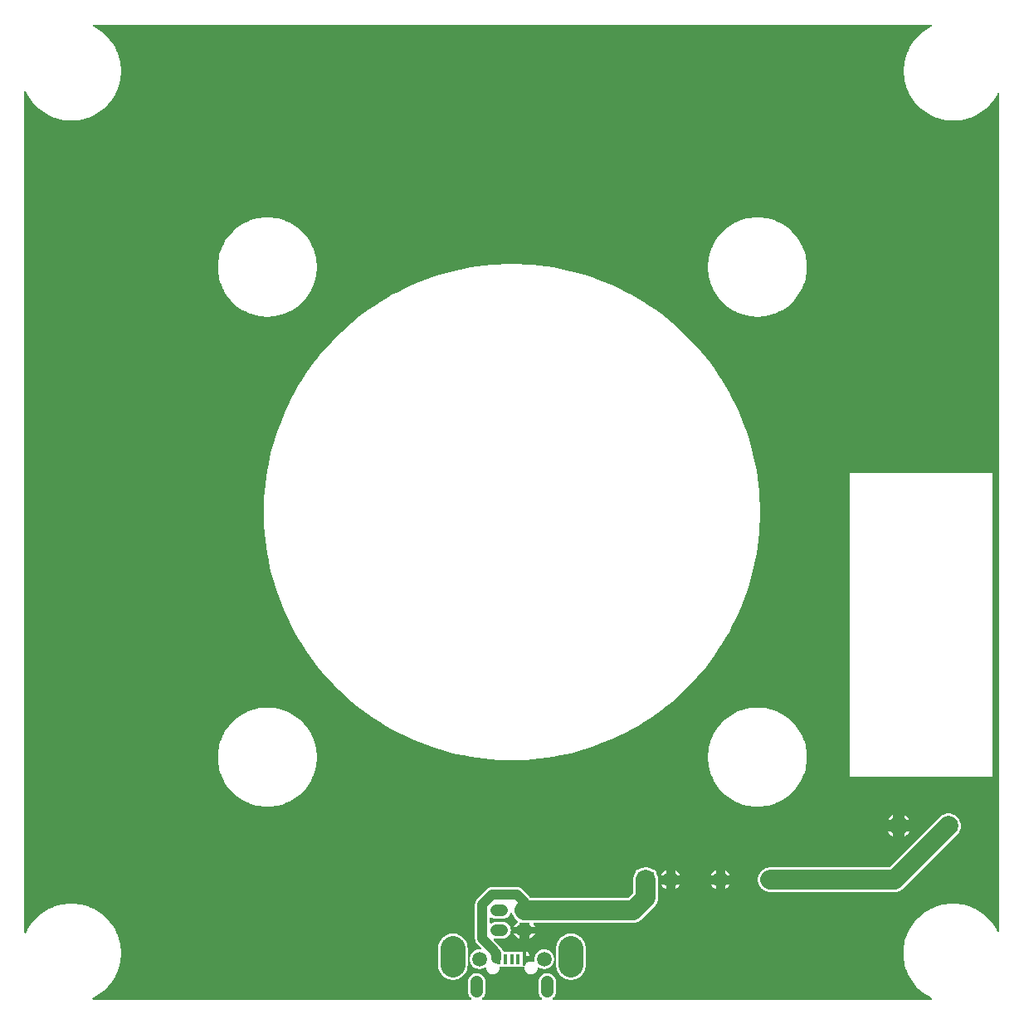
<source format=gtl>
G04 Layer: TopLayer*
G04 EasyEDA v6.5.1, 2022-08-30 01:02:35*
G04 a67cddfb3fce44daa9051d46cbbcc19f,10*
G04 Gerber Generator version 0.2*
G04 Scale: 100 percent, Rotated: No, Reflected: No *
G04 Dimensions in millimeters *
G04 leading zeros omitted , absolute positions ,4 integer and 5 decimal *
%FSLAX45Y45*%
%MOMM*%

%ADD11C,1.0000*%
%ADD12C,2.0000*%
%ADD13C,0.6096*%
%ADD14C,0.6100*%
%ADD15R,0.4000X1.0000*%
%ADD17C,1.6000*%
%ADD18C,1.5000*%
%ADD19C,1.1999*%
%ADD20C,2.5001*%
%ADD21C,1.3000*%

%LPD*%
G36*
X731012Y25908D02*
G01*
X727202Y26670D01*
X723950Y28803D01*
X721715Y32004D01*
X720852Y35864D01*
X721563Y39674D01*
X723595Y43027D01*
X726795Y45313D01*
X730402Y46939D01*
X757834Y61722D01*
X784301Y78130D01*
X809701Y96164D01*
X833932Y115722D01*
X856945Y136702D01*
X878586Y159105D01*
X898855Y182778D01*
X917549Y207670D01*
X934719Y233629D01*
X950264Y260654D01*
X964133Y288544D01*
X976223Y317246D01*
X986485Y346659D01*
X994968Y376631D01*
X1001572Y407060D01*
X1006297Y437845D01*
X1009091Y468884D01*
X1010005Y499973D01*
X1009091Y531114D01*
X1006297Y562152D01*
X1001572Y592937D01*
X994968Y623366D01*
X986485Y653338D01*
X976223Y682752D01*
X964133Y711454D01*
X950264Y739343D01*
X934719Y766368D01*
X917549Y792327D01*
X898855Y817219D01*
X878586Y840892D01*
X856945Y863295D01*
X833932Y884275D01*
X809701Y903833D01*
X784301Y921867D01*
X757834Y938276D01*
X730402Y953058D01*
X702106Y966063D01*
X673049Y977341D01*
X643382Y986790D01*
X613206Y994410D01*
X582574Y1000150D01*
X551637Y1003960D01*
X520547Y1005890D01*
X489407Y1005890D01*
X458317Y1003960D01*
X427431Y1000150D01*
X396798Y994410D01*
X366623Y986790D01*
X336956Y977341D01*
X307898Y966063D01*
X279603Y953058D01*
X252171Y938276D01*
X225704Y921867D01*
X200304Y903833D01*
X176072Y884275D01*
X153060Y863295D01*
X131419Y840892D01*
X111150Y817219D01*
X92405Y792327D01*
X75234Y766368D01*
X59740Y739343D01*
X45872Y711454D01*
X43230Y707085D01*
X39928Y704900D01*
X36017Y704138D01*
X32156Y704951D01*
X28854Y707136D01*
X26670Y710438D01*
X25908Y714298D01*
X25908Y9285681D01*
X26670Y9289542D01*
X28854Y9292844D01*
X32156Y9295079D01*
X36017Y9295841D01*
X39928Y9295079D01*
X43230Y9292894D01*
X45872Y9288526D01*
X59740Y9260636D01*
X75234Y9233662D01*
X92405Y9207652D01*
X111150Y9182760D01*
X131419Y9159087D01*
X153060Y9136735D01*
X176072Y9115704D01*
X200304Y9096146D01*
X225704Y9078112D01*
X252171Y9061704D01*
X279603Y9046972D01*
X307898Y9033916D01*
X336956Y9022638D01*
X366623Y9013190D01*
X396798Y9005620D01*
X427431Y8999880D01*
X458317Y8996019D01*
X489407Y8994089D01*
X520547Y8994089D01*
X551637Y8996019D01*
X582574Y8999880D01*
X613206Y9005620D01*
X643382Y9013190D01*
X673049Y9022638D01*
X702106Y9033916D01*
X730402Y9046972D01*
X757834Y9061704D01*
X784301Y9078112D01*
X809701Y9096146D01*
X833932Y9115704D01*
X856945Y9136735D01*
X878586Y9159087D01*
X898855Y9182760D01*
X917549Y9207652D01*
X934719Y9233662D01*
X950264Y9260636D01*
X964133Y9288526D01*
X976223Y9317228D01*
X986485Y9346641D01*
X994968Y9376613D01*
X1001572Y9407042D01*
X1006297Y9437827D01*
X1009091Y9468866D01*
X1010005Y9499955D01*
X1009091Y9531146D01*
X1006297Y9562134D01*
X1001572Y9592919D01*
X994968Y9623399D01*
X986485Y9653371D01*
X976223Y9682734D01*
X964133Y9711436D01*
X950264Y9739376D01*
X934719Y9766350D01*
X917549Y9792360D01*
X898855Y9817201D01*
X878586Y9840925D01*
X856945Y9863277D01*
X833932Y9884308D01*
X809701Y9903866D01*
X784301Y9921849D01*
X757834Y9938258D01*
X730402Y9953040D01*
X726795Y9954717D01*
X723595Y9957003D01*
X721512Y9960305D01*
X720852Y9964166D01*
X721715Y9967976D01*
X723900Y9971176D01*
X727202Y9973360D01*
X731012Y9974072D01*
X9278975Y9974072D01*
X9282785Y9973360D01*
X9286087Y9971176D01*
X9288272Y9967976D01*
X9289135Y9964166D01*
X9288475Y9960305D01*
X9286392Y9957003D01*
X9283242Y9954717D01*
X9279585Y9953040D01*
X9252153Y9938308D01*
X9225686Y9921849D01*
X9200286Y9903866D01*
X9176054Y9884308D01*
X9153042Y9863277D01*
X9131401Y9840925D01*
X9111183Y9817201D01*
X9092438Y9792360D01*
X9075267Y9766350D01*
X9059722Y9739376D01*
X9045905Y9711436D01*
X9033814Y9682734D01*
X9023502Y9653371D01*
X9015018Y9623399D01*
X9008414Y9592919D01*
X9003690Y9562134D01*
X9000896Y9531146D01*
X8999982Y9500006D01*
X9000896Y9468866D01*
X9003690Y9437827D01*
X9008414Y9407042D01*
X9015018Y9376613D01*
X9023502Y9346641D01*
X9033814Y9317228D01*
X9045905Y9288526D01*
X9059722Y9260636D01*
X9075267Y9233662D01*
X9092438Y9207652D01*
X9111183Y9182760D01*
X9131401Y9159087D01*
X9153042Y9136735D01*
X9176054Y9115704D01*
X9200286Y9096146D01*
X9225686Y9078112D01*
X9252153Y9061704D01*
X9279585Y9046972D01*
X9307880Y9033916D01*
X9336938Y9022638D01*
X9366605Y9013190D01*
X9396831Y9005620D01*
X9427413Y8999880D01*
X9458350Y8996019D01*
X9489440Y8994089D01*
X9520580Y8994089D01*
X9551670Y8996019D01*
X9582556Y8999880D01*
X9613188Y9005620D01*
X9643414Y9013190D01*
X9673082Y9022638D01*
X9702088Y9033916D01*
X9730384Y9046972D01*
X9757816Y9061704D01*
X9784283Y9078112D01*
X9809683Y9096146D01*
X9833965Y9115704D01*
X9856927Y9136735D01*
X9878618Y9159087D01*
X9898837Y9182760D01*
X9917582Y9207652D01*
X9934752Y9233662D01*
X9950297Y9260636D01*
X9954818Y9269831D01*
X9957663Y9273336D01*
X9961727Y9275216D01*
X9966248Y9275216D01*
X9970312Y9273235D01*
X9973106Y9269730D01*
X9974072Y9265310D01*
X9974072Y724611D01*
X9973106Y720242D01*
X9970312Y716686D01*
X9966248Y714705D01*
X9961727Y714705D01*
X9957663Y716584D01*
X9954818Y720090D01*
X9945268Y739343D01*
X9929723Y766368D01*
X9912553Y792327D01*
X9893858Y817219D01*
X9873589Y840892D01*
X9851948Y863295D01*
X9828936Y884275D01*
X9804704Y903833D01*
X9779304Y921867D01*
X9752838Y938276D01*
X9725406Y953058D01*
X9697110Y966063D01*
X9668052Y977341D01*
X9638385Y986790D01*
X9608210Y994410D01*
X9577578Y1000150D01*
X9546640Y1003960D01*
X9515551Y1005890D01*
X9484410Y1005890D01*
X9453321Y1003960D01*
X9422434Y1000150D01*
X9391802Y994410D01*
X9361627Y986790D01*
X9331960Y977341D01*
X9302902Y966063D01*
X9274606Y953058D01*
X9247174Y938276D01*
X9220708Y921867D01*
X9195308Y903833D01*
X9171076Y884275D01*
X9148064Y863295D01*
X9126423Y840892D01*
X9106154Y817219D01*
X9087408Y792327D01*
X9070238Y766368D01*
X9054744Y739343D01*
X9040876Y711454D01*
X9028785Y682752D01*
X9018473Y653338D01*
X9010040Y623366D01*
X9003436Y592937D01*
X8998712Y562152D01*
X8995918Y531114D01*
X8995003Y500024D01*
X8995918Y468884D01*
X8998712Y437845D01*
X9003436Y407060D01*
X9010040Y376631D01*
X9018473Y346659D01*
X9028785Y317246D01*
X9040876Y288544D01*
X9054744Y260654D01*
X9070238Y233629D01*
X9087408Y207670D01*
X9106154Y182778D01*
X9126423Y159105D01*
X9148064Y136702D01*
X9171076Y115722D01*
X9195308Y96164D01*
X9220708Y78130D01*
X9247174Y61722D01*
X9274606Y46939D01*
X9278213Y45313D01*
X9281414Y43027D01*
X9283446Y39674D01*
X9284106Y35864D01*
X9283293Y32004D01*
X9281058Y28803D01*
X9277807Y26670D01*
X9273997Y25908D01*
X5422747Y25908D01*
X5418734Y26771D01*
X5415330Y29108D01*
X5413197Y32664D01*
X5412638Y36779D01*
X5413756Y40741D01*
X5416346Y43942D01*
X5422036Y48564D01*
X5430520Y57607D01*
X5437632Y67767D01*
X5443372Y78790D01*
X5447538Y90474D01*
X5450027Y102616D01*
X5450890Y115316D01*
X5450890Y204622D01*
X5450027Y217373D01*
X5447538Y229514D01*
X5443372Y241198D01*
X5437632Y252221D01*
X5430520Y262331D01*
X5422036Y271424D01*
X5412435Y279247D01*
X5401818Y285699D01*
X5390438Y290626D01*
X5378500Y293979D01*
X5366207Y295656D01*
X5353812Y295656D01*
X5341518Y293979D01*
X5329580Y290626D01*
X5318201Y285699D01*
X5307584Y279247D01*
X5297982Y271424D01*
X5289499Y262331D01*
X5282336Y252221D01*
X5276646Y241198D01*
X5272481Y229514D01*
X5269941Y217373D01*
X5269077Y204622D01*
X5269077Y115316D01*
X5269941Y102616D01*
X5272481Y90474D01*
X5276646Y78790D01*
X5282336Y67767D01*
X5289499Y57607D01*
X5297982Y48564D01*
X5303621Y43942D01*
X5306263Y40741D01*
X5307380Y36779D01*
X5306822Y32664D01*
X5304637Y29108D01*
X5301284Y26771D01*
X5297220Y25908D01*
X4702759Y25908D01*
X4698746Y26771D01*
X4695342Y29108D01*
X4693208Y32664D01*
X4692650Y36779D01*
X4693767Y40741D01*
X4696358Y43942D01*
X4702048Y48564D01*
X4710480Y57607D01*
X4717643Y67767D01*
X4723384Y78790D01*
X4727498Y90474D01*
X4730038Y102616D01*
X4730902Y115316D01*
X4730902Y204622D01*
X4730038Y217373D01*
X4727498Y229514D01*
X4723384Y241198D01*
X4717643Y252221D01*
X4710480Y262331D01*
X4702048Y271424D01*
X4692396Y279247D01*
X4681829Y285699D01*
X4670450Y290626D01*
X4658512Y293979D01*
X4646218Y295656D01*
X4633823Y295656D01*
X4621530Y293979D01*
X4609541Y290626D01*
X4598212Y285699D01*
X4587595Y279247D01*
X4577943Y271424D01*
X4569510Y262331D01*
X4562348Y252221D01*
X4556658Y241198D01*
X4552492Y229514D01*
X4549952Y217373D01*
X4549089Y204622D01*
X4549089Y115316D01*
X4549952Y102616D01*
X4552492Y90474D01*
X4556658Y78790D01*
X4562348Y67767D01*
X4569510Y57607D01*
X4577943Y48564D01*
X4583633Y43942D01*
X4586274Y40741D01*
X4587341Y36779D01*
X4586782Y32664D01*
X4584649Y29108D01*
X4581296Y26771D01*
X4577232Y25908D01*
G37*

%LPC*%
G36*
X2489403Y6994093D02*
G01*
X2520594Y6994093D01*
X2551684Y6996023D01*
X2582570Y6999884D01*
X2613202Y7005574D01*
X2643378Y7013194D01*
X2673045Y7022642D01*
X2702102Y7033920D01*
X2730398Y7046975D01*
X2757830Y7061708D01*
X2784297Y7078116D01*
X2809697Y7096150D01*
X2833928Y7115708D01*
X2856941Y7136688D01*
X2878582Y7159091D01*
X2898851Y7182764D01*
X2917596Y7207656D01*
X2934716Y7233666D01*
X2950260Y7260640D01*
X2964129Y7288530D01*
X2976219Y7317231D01*
X2986481Y7346645D01*
X2994964Y7376617D01*
X3001568Y7407046D01*
X3006293Y7437831D01*
X3009087Y7468870D01*
X3010001Y7499959D01*
X3009087Y7531150D01*
X3006293Y7562138D01*
X3001568Y7592923D01*
X2994964Y7623403D01*
X2986481Y7653375D01*
X2976219Y7682738D01*
X2964129Y7711440D01*
X2950260Y7739380D01*
X2934716Y7766354D01*
X2917596Y7792364D01*
X2898851Y7817205D01*
X2878582Y7840878D01*
X2856941Y7863281D01*
X2833928Y7884312D01*
X2809697Y7903870D01*
X2784297Y7921853D01*
X2757830Y7938262D01*
X2730398Y7953044D01*
X2702102Y7966049D01*
X2673045Y7977327D01*
X2643378Y7986775D01*
X2613202Y7994396D01*
X2582570Y8000136D01*
X2551684Y8003946D01*
X2520594Y8005876D01*
X2489403Y8005876D01*
X2458313Y8003946D01*
X2427427Y8000136D01*
X2396794Y7994396D01*
X2366619Y7986775D01*
X2336952Y7977327D01*
X2307894Y7966049D01*
X2279599Y7953044D01*
X2252167Y7938262D01*
X2225700Y7921853D01*
X2200300Y7903870D01*
X2176068Y7884312D01*
X2153056Y7863281D01*
X2131415Y7840878D01*
X2111146Y7817205D01*
X2092452Y7792364D01*
X2075281Y7766354D01*
X2059736Y7739380D01*
X2045868Y7711440D01*
X2033778Y7682738D01*
X2023516Y7653375D01*
X2015032Y7623403D01*
X2008428Y7592923D01*
X2003704Y7562138D01*
X2000910Y7531150D01*
X1999996Y7500010D01*
X2000910Y7468870D01*
X2003704Y7437831D01*
X2008428Y7407046D01*
X2015032Y7376617D01*
X2023516Y7346645D01*
X2033778Y7317231D01*
X2045868Y7288530D01*
X2059736Y7260640D01*
X2075281Y7233666D01*
X2092452Y7207656D01*
X2111146Y7182764D01*
X2131415Y7159091D01*
X2153056Y7136688D01*
X2176068Y7115708D01*
X2200300Y7096150D01*
X2225700Y7078116D01*
X2252167Y7061708D01*
X2279599Y7046975D01*
X2307894Y7033920D01*
X2336952Y7022642D01*
X2366619Y7013194D01*
X2396794Y7005574D01*
X2427427Y6999884D01*
X2458313Y6996023D01*
G37*
G36*
X4397502Y228600D02*
G01*
X4414418Y229565D01*
X4431080Y232410D01*
X4447336Y237083D01*
X4462983Y243535D01*
X4477766Y251764D01*
X4491583Y261518D01*
X4504182Y272796D01*
X4515459Y285445D01*
X4525264Y299212D01*
X4533442Y314045D01*
X4539945Y329692D01*
X4544618Y345948D01*
X4547463Y362610D01*
X4548428Y379780D01*
X4548428Y549198D01*
X4547463Y566369D01*
X4544618Y583082D01*
X4539945Y599338D01*
X4533442Y614984D01*
X4525264Y629767D01*
X4515459Y643585D01*
X4504182Y656183D01*
X4491583Y667461D01*
X4477766Y677265D01*
X4462983Y685444D01*
X4447336Y691946D01*
X4431080Y696620D01*
X4414418Y699465D01*
X4397502Y700379D01*
X4380585Y699465D01*
X4363923Y696620D01*
X4347667Y691946D01*
X4332020Y685444D01*
X4317238Y677265D01*
X4303420Y667461D01*
X4290822Y656183D01*
X4279544Y643585D01*
X4269740Y629767D01*
X4261561Y614984D01*
X4255058Y599338D01*
X4250385Y583082D01*
X4247540Y566369D01*
X4246575Y549198D01*
X4246575Y379780D01*
X4247540Y362610D01*
X4250385Y345948D01*
X4255058Y329692D01*
X4261561Y314045D01*
X4269740Y299212D01*
X4279544Y285445D01*
X4290822Y272796D01*
X4303420Y261518D01*
X4317238Y251764D01*
X4332020Y243535D01*
X4347667Y237083D01*
X4363923Y232410D01*
X4380585Y229565D01*
G37*
G36*
X4802276Y284226D02*
G01*
X4812842Y284632D01*
X4823256Y286766D01*
X4833162Y290525D01*
X4842357Y295808D01*
X4850536Y302514D01*
X4857597Y310438D01*
X4863236Y319430D01*
X4867402Y329184D01*
X4869942Y339445D01*
X4870805Y350012D01*
X4870602Y352348D01*
X4871110Y356463D01*
X4873244Y360070D01*
X4876647Y362458D01*
X4880711Y363321D01*
X4888382Y363321D01*
X4894732Y364032D01*
X4898085Y365201D01*
X4901438Y365810D01*
X4904841Y365201D01*
X4908194Y364032D01*
X4914544Y363321D01*
X4953406Y363321D01*
X4959705Y364032D01*
X4963109Y365201D01*
X4966462Y365810D01*
X4969814Y365201D01*
X4973218Y364032D01*
X4979517Y363321D01*
X5018379Y363321D01*
X5024729Y364032D01*
X5028082Y365201D01*
X5031435Y365810D01*
X5034838Y365201D01*
X5038191Y364032D01*
X5044541Y363321D01*
X5083403Y363321D01*
X5089702Y364032D01*
X5093106Y365201D01*
X5096459Y365810D01*
X5099812Y365201D01*
X5103215Y364032D01*
X5109514Y363321D01*
X5119217Y363321D01*
X5123129Y362559D01*
X5126431Y360324D01*
X5128615Y357073D01*
X5129377Y353161D01*
X5129377Y344728D01*
X5131104Y334264D01*
X5134457Y324205D01*
X5139385Y314807D01*
X5145735Y306374D01*
X5153406Y299008D01*
X5162143Y292963D01*
X5171694Y288442D01*
X5181904Y285496D01*
X5192420Y284226D01*
X5202986Y284632D01*
X5213400Y286766D01*
X5223306Y290525D01*
X5232501Y295808D01*
X5240680Y302514D01*
X5247741Y310438D01*
X5253380Y319430D01*
X5257546Y329184D01*
X5260086Y339445D01*
X5260695Y346862D01*
X5261813Y350774D01*
X5264302Y353872D01*
X5267858Y355803D01*
X5271871Y356158D01*
X5275681Y354990D01*
X5287518Y348488D01*
X5300116Y343662D01*
X5313222Y340512D01*
X5326634Y339191D01*
X5340096Y339648D01*
X5353405Y341884D01*
X5366258Y345846D01*
X5378500Y351536D01*
X5389829Y358800D01*
X5400141Y367487D01*
X5409184Y377494D01*
X5416804Y388569D01*
X5422900Y400608D01*
X5427319Y413359D01*
X5429961Y426567D01*
X5430875Y439978D01*
X5429961Y453440D01*
X5427319Y466648D01*
X5422900Y479399D01*
X5416804Y491439D01*
X5409184Y502513D01*
X5400141Y512521D01*
X5389829Y521208D01*
X5378500Y528472D01*
X5366258Y534162D01*
X5353405Y538124D01*
X5340096Y540359D01*
X5326634Y540816D01*
X5313222Y539496D01*
X5300116Y536346D01*
X5287518Y531520D01*
X5275732Y525018D01*
X5264861Y517042D01*
X5255158Y507695D01*
X5246827Y497078D01*
X5239969Y485495D01*
X5234686Y473100D01*
X5231130Y460095D01*
X5229352Y446735D01*
X5229352Y433273D01*
X5230774Y422757D01*
X5230469Y418592D01*
X5228488Y414934D01*
X5225237Y412343D01*
X5221173Y411276D01*
X5217058Y411937D01*
X5213400Y413308D01*
X5202986Y415442D01*
X5192420Y415848D01*
X5181904Y414578D01*
X5171694Y411632D01*
X5165852Y408838D01*
X5161483Y407873D01*
X5145328Y407873D01*
X5145328Y396494D01*
X5144770Y393293D01*
X5143246Y390398D01*
X5139385Y385267D01*
X5134457Y375869D01*
X5132425Y369722D01*
X5130393Y366166D01*
X5127142Y363728D01*
X5123180Y362762D01*
X5119166Y363423D01*
X5115712Y365607D01*
X5113426Y368960D01*
X5112613Y372922D01*
X5112613Y411073D01*
X5110581Y414324D01*
X5109870Y418033D01*
X5109870Y460400D01*
X5110581Y464159D01*
X5112613Y467359D01*
X5112613Y515112D01*
X5109514Y515112D01*
X5103215Y514400D01*
X5099812Y513232D01*
X5096459Y512673D01*
X5093106Y513232D01*
X5089702Y514400D01*
X5083403Y515112D01*
X5044541Y515112D01*
X5038191Y514400D01*
X5034838Y513232D01*
X5031435Y512673D01*
X5028082Y513232D01*
X5024729Y514400D01*
X5018379Y515112D01*
X4979517Y515112D01*
X4973218Y514400D01*
X4969814Y513232D01*
X4966462Y512673D01*
X4963109Y513232D01*
X4959705Y514400D01*
X4953406Y515112D01*
X4922266Y515112D01*
X4918303Y515924D01*
X4915001Y518210D01*
X4912817Y521614D01*
X4908346Y532942D01*
X4902708Y542747D01*
X4895240Y552094D01*
X4818583Y634187D01*
X4816398Y637844D01*
X4815890Y642112D01*
X4817160Y646176D01*
X4820005Y649325D01*
X4823917Y651103D01*
X4828184Y651052D01*
X4830775Y650494D01*
X4843373Y649579D01*
X4902657Y649579D01*
X4915255Y650494D01*
X4927193Y653084D01*
X4938674Y657402D01*
X4949444Y663244D01*
X4959248Y670610D01*
X4967935Y679246D01*
X4975250Y689051D01*
X4981143Y699820D01*
X4985410Y711301D01*
X4988001Y723290D01*
X4988864Y735482D01*
X4988001Y747725D01*
X4985410Y759714D01*
X4981143Y771194D01*
X4975250Y781913D01*
X4967935Y791718D01*
X4959248Y800404D01*
X4949444Y807770D01*
X4938674Y813612D01*
X4927193Y817880D01*
X4915255Y820521D01*
X4902657Y821385D01*
X4843373Y821385D01*
X4830775Y820521D01*
X4818786Y817880D01*
X4807305Y813612D01*
X4796586Y807770D01*
X4792167Y804468D01*
X4788103Y802640D01*
X4783632Y802741D01*
X4779670Y804722D01*
X4776927Y808228D01*
X4775911Y812596D01*
X4775911Y858418D01*
X4776927Y862787D01*
X4779670Y866292D01*
X4783632Y868273D01*
X4788103Y868375D01*
X4792167Y866546D01*
X4796586Y863244D01*
X4807305Y857402D01*
X4818786Y853084D01*
X4830775Y850493D01*
X4843373Y849579D01*
X4902657Y849579D01*
X4915255Y850493D01*
X4927193Y853084D01*
X4938674Y857402D01*
X4949444Y863244D01*
X4959248Y870610D01*
X4967935Y879246D01*
X4975250Y889050D01*
X4981143Y899820D01*
X4984800Y909624D01*
X4987137Y913282D01*
X4990846Y915619D01*
X4995214Y916178D01*
X4999380Y914857D01*
X5002580Y911910D01*
X5004308Y907897D01*
X5004765Y905357D01*
X5009286Y890828D01*
X5015534Y876960D01*
X5023408Y863955D01*
X5032756Y852017D01*
X5043525Y841248D01*
X5055463Y831900D01*
X5058968Y829767D01*
X5062067Y826871D01*
X5063693Y822960D01*
X5063642Y818743D01*
X5061813Y814882D01*
X5058613Y812139D01*
X5050586Y807770D01*
X5040731Y800404D01*
X5032095Y791718D01*
X5024729Y781913D01*
X5019243Y771855D01*
X5075631Y771855D01*
X5075631Y806043D01*
X5076342Y809752D01*
X5078374Y812952D01*
X5081422Y815238D01*
X5085080Y816203D01*
X5088839Y815746D01*
X5096865Y813257D01*
X5111800Y810514D01*
X5127294Y809548D01*
X5168188Y809548D01*
X5172100Y808786D01*
X5175351Y806602D01*
X5177586Y803300D01*
X5178348Y799388D01*
X5178348Y771855D01*
X5234736Y771855D01*
X5229250Y781913D01*
X5221427Y792226D01*
X5219242Y795528D01*
X5218430Y799388D01*
X5219242Y803300D01*
X5221427Y806602D01*
X5224729Y808786D01*
X5228590Y809548D01*
X6235293Y809548D01*
X6243066Y809802D01*
X6250635Y810514D01*
X6258153Y811631D01*
X6265570Y813257D01*
X6272885Y815289D01*
X6280099Y817778D01*
X6287109Y820674D01*
X6293967Y823976D01*
X6300571Y827735D01*
X6306972Y831850D01*
X6313068Y836371D01*
X6318910Y841248D01*
X6324600Y846582D01*
X6453886Y975868D01*
X6459220Y981557D01*
X6464096Y987399D01*
X6468618Y993495D01*
X6472732Y999896D01*
X6476492Y1006500D01*
X6479794Y1013358D01*
X6482689Y1020368D01*
X6485178Y1027582D01*
X6487210Y1034897D01*
X6488836Y1042314D01*
X6489954Y1049832D01*
X6490665Y1057402D01*
X6490919Y1065174D01*
X6490919Y1249629D01*
X6489954Y1265123D01*
X6487210Y1280058D01*
X6482689Y1294587D01*
X6476441Y1308455D01*
X6472377Y1315212D01*
X6471259Y1317701D01*
X6470904Y1320444D01*
X6470904Y1329436D01*
X6470192Y1335735D01*
X6468262Y1341221D01*
X6465214Y1346098D01*
X6461099Y1350213D01*
X6456222Y1353261D01*
X6450736Y1355191D01*
X6444437Y1355902D01*
X6435394Y1355902D01*
X6432702Y1356258D01*
X6430162Y1357376D01*
X6423507Y1361389D01*
X6409639Y1367637D01*
X6395110Y1372158D01*
X6380175Y1374902D01*
X6364986Y1375816D01*
X6349796Y1374902D01*
X6334861Y1372158D01*
X6320332Y1367637D01*
X6306464Y1361389D01*
X6299809Y1357376D01*
X6297269Y1356258D01*
X6294577Y1355902D01*
X6285585Y1355902D01*
X6279235Y1355191D01*
X6273800Y1353261D01*
X6268872Y1350213D01*
X6264808Y1346098D01*
X6261709Y1341221D01*
X6259830Y1335735D01*
X6259118Y1329436D01*
X6259118Y1320495D01*
X6258712Y1317752D01*
X6257645Y1315262D01*
X6253530Y1308455D01*
X6247282Y1294587D01*
X6242761Y1280058D01*
X6240018Y1265123D01*
X6239103Y1249629D01*
X6239103Y1121359D01*
X6238290Y1117498D01*
X6236106Y1114196D01*
X6186271Y1064361D01*
X6182969Y1062177D01*
X6179108Y1061364D01*
X5198110Y1061364D01*
X5194960Y1061923D01*
X5192064Y1063396D01*
X5189829Y1065682D01*
X5188153Y1068019D01*
X5182514Y1074877D01*
X5101793Y1155598D01*
X5092954Y1162659D01*
X5085334Y1167282D01*
X5083149Y1168400D01*
X5074920Y1171803D01*
X5072583Y1172565D01*
X5063947Y1174699D01*
X5061508Y1175105D01*
X5052669Y1175918D01*
X4797450Y1175918D01*
X4788611Y1175105D01*
X4786172Y1174699D01*
X4777536Y1172565D01*
X4775200Y1171803D01*
X4766970Y1168400D01*
X4764786Y1167282D01*
X4757166Y1162659D01*
X4748326Y1155598D01*
X4644491Y1051763D01*
X4637430Y1042924D01*
X4632807Y1035303D01*
X4631690Y1033119D01*
X4628286Y1024890D01*
X4627524Y1022553D01*
X4625390Y1013917D01*
X4624984Y1011478D01*
X4624171Y1002639D01*
X4624120Y650341D01*
X4624984Y638657D01*
X4627524Y627634D01*
X4631639Y617067D01*
X4637328Y607263D01*
X4644796Y597916D01*
X4682337Y557631D01*
X4684471Y554278D01*
X4685080Y550367D01*
X4684166Y546506D01*
X4681880Y543306D01*
X4678527Y541223D01*
X4674616Y540562D01*
X4666640Y540816D01*
X4653229Y539496D01*
X4640122Y536346D01*
X4627524Y531520D01*
X4615738Y525018D01*
X4604867Y517042D01*
X4595164Y507695D01*
X4586833Y497078D01*
X4579975Y485495D01*
X4574692Y473100D01*
X4571136Y460095D01*
X4569358Y446735D01*
X4569358Y433273D01*
X4571136Y419912D01*
X4574692Y406908D01*
X4579975Y394512D01*
X4586833Y382930D01*
X4595164Y372313D01*
X4604867Y362966D01*
X4615738Y354990D01*
X4627524Y348488D01*
X4640122Y343662D01*
X4653229Y340512D01*
X4666640Y339191D01*
X4680102Y339648D01*
X4693412Y341884D01*
X4706264Y345846D01*
X4718507Y351536D01*
X4723638Y354838D01*
X4727651Y356311D01*
X4731969Y356006D01*
X4735779Y353923D01*
X4738319Y350469D01*
X4739233Y346252D01*
X4739233Y344728D01*
X4740960Y334264D01*
X4744313Y324205D01*
X4749241Y314807D01*
X4755591Y306374D01*
X4763262Y299008D01*
X4771999Y292963D01*
X4781550Y288442D01*
X4791760Y285496D01*
G37*
G36*
X5145328Y470560D02*
G01*
X5174843Y470560D01*
X5174843Y488645D01*
X5174132Y494995D01*
X5172252Y500430D01*
X5169154Y505358D01*
X5165090Y509422D01*
X5160162Y512521D01*
X5154726Y514400D01*
X5148376Y515112D01*
X5145328Y515112D01*
G37*
G36*
X5178348Y652475D02*
G01*
X5181193Y653084D01*
X5192674Y657402D01*
X5203444Y663244D01*
X5213248Y670610D01*
X5221935Y679246D01*
X5229250Y689051D01*
X5234736Y699160D01*
X5178348Y699160D01*
G37*
G36*
X5075631Y652475D02*
G01*
X5075631Y699160D01*
X5019243Y699160D01*
X5024729Y689051D01*
X5032095Y679246D01*
X5040731Y670610D01*
X5050586Y663244D01*
X5061305Y657402D01*
X5072786Y653084D01*
G37*
G36*
X7635290Y1124102D02*
G01*
X8903817Y1124102D01*
X8911590Y1124305D01*
X8919159Y1125016D01*
X8926677Y1126134D01*
X8934094Y1127760D01*
X8941460Y1129792D01*
X8948623Y1132281D01*
X8955684Y1135176D01*
X8962491Y1138529D01*
X8969146Y1142238D01*
X8975496Y1146403D01*
X8981643Y1150874D01*
X8987485Y1155750D01*
X8993124Y1161084D01*
X9542932Y1710893D01*
X9548215Y1716532D01*
X9553092Y1722374D01*
X9557613Y1728470D01*
X9561728Y1734870D01*
X9565487Y1741474D01*
X9568789Y1748332D01*
X9571736Y1755343D01*
X9574225Y1762556D01*
X9576257Y1769872D01*
X9577832Y1777339D01*
X9579000Y1784807D01*
X9579660Y1792427D01*
X9579914Y1799996D01*
X9579660Y1807616D01*
X9579000Y1815185D01*
X9577832Y1822704D01*
X9576257Y1830120D01*
X9574225Y1837486D01*
X9571736Y1844649D01*
X9568789Y1851660D01*
X9565487Y1858518D01*
X9561728Y1865122D01*
X9557613Y1871522D01*
X9553092Y1877669D01*
X9548215Y1883511D01*
X9543034Y1889048D01*
X9537496Y1894230D01*
X9531654Y1899107D01*
X9525508Y1903628D01*
X9519158Y1907743D01*
X9512503Y1911502D01*
X9505696Y1914804D01*
X9498634Y1917700D01*
X9491472Y1920189D01*
X9484106Y1922221D01*
X9476689Y1923846D01*
X9469170Y1924964D01*
X9461601Y1925675D01*
X9453981Y1925878D01*
X9446412Y1925675D01*
X9438843Y1924964D01*
X9431324Y1923846D01*
X9423857Y1922221D01*
X9416542Y1920189D01*
X9409328Y1917700D01*
X9402318Y1914804D01*
X9395510Y1911502D01*
X9388856Y1907743D01*
X9382455Y1903628D01*
X9376359Y1899107D01*
X9370517Y1894230D01*
X9364878Y1888947D01*
X8854795Y1378864D01*
X8851493Y1376680D01*
X8847632Y1375918D01*
X7635290Y1375918D01*
X7619847Y1374952D01*
X7604861Y1372209D01*
X7590383Y1367688D01*
X7576515Y1361490D01*
X7563510Y1353616D01*
X7551521Y1344218D01*
X7540752Y1333500D01*
X7531404Y1321511D01*
X7523530Y1308506D01*
X7517282Y1294638D01*
X7512761Y1280109D01*
X7510018Y1265174D01*
X7509103Y1249984D01*
X7510018Y1234846D01*
X7512761Y1219860D01*
X7517282Y1205382D01*
X7523530Y1191514D01*
X7531404Y1178509D01*
X7540752Y1166520D01*
X7551521Y1155750D01*
X7563510Y1146403D01*
X7576515Y1138529D01*
X7590383Y1132281D01*
X7604861Y1127760D01*
X7619847Y1125016D01*
G37*
G36*
X7080656Y1155039D02*
G01*
X7080656Y1203655D01*
X7032040Y1203655D01*
X7035292Y1197051D01*
X7043013Y1185519D01*
X7052106Y1175105D01*
X7062520Y1166012D01*
X7074052Y1158290D01*
G37*
G36*
X6572656Y1155039D02*
G01*
X6572656Y1203655D01*
X6524040Y1203655D01*
X6527292Y1197051D01*
X6535013Y1185519D01*
X6544106Y1175105D01*
X6554520Y1166012D01*
X6566052Y1158290D01*
G37*
G36*
X6665366Y1155039D02*
G01*
X6671919Y1158290D01*
X6683451Y1166012D01*
X6693865Y1175105D01*
X6703009Y1185519D01*
X6710680Y1197051D01*
X6713931Y1203655D01*
X6665366Y1203655D01*
G37*
G36*
X7173366Y1155039D02*
G01*
X7179919Y1158290D01*
X7191451Y1166012D01*
X7201865Y1175105D01*
X7211009Y1185519D01*
X7218680Y1197051D01*
X7221931Y1203655D01*
X7173366Y1203655D01*
G37*
G36*
X6665366Y1296365D02*
G01*
X6713931Y1296365D01*
X6710680Y1302918D01*
X6703009Y1314450D01*
X6693865Y1324864D01*
X6683451Y1334008D01*
X6671919Y1341678D01*
X6665366Y1344930D01*
G37*
G36*
X5602478Y228600D02*
G01*
X5619394Y229565D01*
X5636056Y232410D01*
X5652363Y237083D01*
X5667959Y243535D01*
X5682792Y251764D01*
X5696559Y261518D01*
X5709208Y272796D01*
X5720486Y285445D01*
X5730290Y299212D01*
X5738469Y314045D01*
X5744921Y329692D01*
X5749594Y345948D01*
X5752439Y362610D01*
X5753404Y379780D01*
X5753404Y549198D01*
X5752439Y566369D01*
X5749594Y583082D01*
X5744921Y599338D01*
X5738469Y614984D01*
X5730290Y629767D01*
X5720486Y643585D01*
X5709208Y656183D01*
X5696559Y667461D01*
X5682792Y677265D01*
X5667959Y685444D01*
X5652363Y691946D01*
X5636056Y696620D01*
X5619394Y699465D01*
X5602478Y700379D01*
X5585612Y699465D01*
X5568899Y696620D01*
X5552643Y691946D01*
X5537047Y685444D01*
X5522214Y677265D01*
X5508396Y667461D01*
X5495798Y656183D01*
X5484520Y643585D01*
X5474716Y629767D01*
X5466537Y614984D01*
X5460085Y599338D01*
X5455361Y583082D01*
X5452567Y566369D01*
X5451602Y549198D01*
X5451602Y379780D01*
X5452567Y362610D01*
X5455361Y345948D01*
X5460085Y329692D01*
X5466537Y314045D01*
X5474716Y299212D01*
X5484520Y285445D01*
X5495798Y272796D01*
X5508396Y261518D01*
X5522214Y251764D01*
X5537047Y243535D01*
X5552643Y237083D01*
X5568899Y232410D01*
X5585612Y229565D01*
G37*
G36*
X7032040Y1296365D02*
G01*
X7080656Y1296365D01*
X7080656Y1344930D01*
X7074052Y1341678D01*
X7062520Y1334008D01*
X7052106Y1324864D01*
X7043013Y1314450D01*
X7035292Y1302918D01*
G37*
G36*
X6524040Y1296365D02*
G01*
X6572656Y1296365D01*
X6572656Y1344930D01*
X6566052Y1341678D01*
X6554520Y1334008D01*
X6544106Y1324864D01*
X6535013Y1314450D01*
X6527292Y1302918D01*
G37*
G36*
X9002369Y1687575D02*
G01*
X9004503Y1688541D01*
X9017508Y1696415D01*
X9029496Y1705762D01*
X9040215Y1716532D01*
X9049613Y1728470D01*
X9057487Y1741474D01*
X9058452Y1743659D01*
X9002369Y1743659D01*
G37*
G36*
X8889644Y1687575D02*
G01*
X8889644Y1743659D01*
X8833561Y1743659D01*
X8834526Y1741474D01*
X8842400Y1728470D01*
X8851747Y1716532D01*
X8862517Y1705762D01*
X8874506Y1696415D01*
X8887510Y1688541D01*
G37*
G36*
X8833561Y1856333D02*
G01*
X8889644Y1856333D01*
X8889644Y1912416D01*
X8887510Y1911451D01*
X8874506Y1903628D01*
X8862517Y1894230D01*
X8851747Y1883460D01*
X8842400Y1871522D01*
X8834526Y1858518D01*
G37*
G36*
X9002369Y1856333D02*
G01*
X9058452Y1856333D01*
X9057487Y1858518D01*
X9049613Y1871522D01*
X9040215Y1883460D01*
X9029496Y1894230D01*
X9017508Y1903628D01*
X9004503Y1911451D01*
X9002369Y1912416D01*
G37*
G36*
X2489403Y1994103D02*
G01*
X2520594Y1994103D01*
X2551684Y1996033D01*
X2582570Y1999843D01*
X2613202Y2005584D01*
X2643378Y2013204D01*
X2673045Y2022652D01*
X2702102Y2033930D01*
X2730398Y2046986D01*
X2757830Y2061718D01*
X2784297Y2078126D01*
X2809697Y2096160D01*
X2833928Y2115718D01*
X2856941Y2136698D01*
X2878582Y2159101D01*
X2898851Y2182774D01*
X2917596Y2207666D01*
X2934716Y2233625D01*
X2950260Y2260650D01*
X2964129Y2288540D01*
X2976219Y2317242D01*
X2986481Y2346655D01*
X2994964Y2376627D01*
X3001568Y2407056D01*
X3006293Y2437841D01*
X3009087Y2468880D01*
X3010001Y2499969D01*
X3009087Y2531110D01*
X3006293Y2562148D01*
X3001568Y2592933D01*
X2994964Y2623362D01*
X2986481Y2653334D01*
X2976219Y2682748D01*
X2964129Y2711450D01*
X2950260Y2739339D01*
X2934716Y2766364D01*
X2917596Y2792323D01*
X2898851Y2817215D01*
X2878582Y2840888D01*
X2856941Y2863291D01*
X2833928Y2884271D01*
X2809697Y2903829D01*
X2784297Y2921863D01*
X2757830Y2938272D01*
X2730398Y2953054D01*
X2702102Y2966059D01*
X2673045Y2977337D01*
X2643378Y2986786D01*
X2613202Y2994406D01*
X2582570Y3000146D01*
X2551684Y3003956D01*
X2520594Y3005886D01*
X2489403Y3005886D01*
X2458313Y3003956D01*
X2427427Y3000146D01*
X2396794Y2994406D01*
X2366619Y2986786D01*
X2336952Y2977337D01*
X2307894Y2966059D01*
X2279599Y2953054D01*
X2252167Y2938272D01*
X2225700Y2921863D01*
X2200300Y2903829D01*
X2176068Y2884271D01*
X2153056Y2863291D01*
X2131415Y2840888D01*
X2111146Y2817215D01*
X2092452Y2792323D01*
X2075281Y2766364D01*
X2059736Y2739339D01*
X2045868Y2711450D01*
X2033778Y2682748D01*
X2023516Y2653334D01*
X2015032Y2623362D01*
X2008428Y2592933D01*
X2003704Y2562148D01*
X2000910Y2531110D01*
X1999996Y2500020D01*
X2000910Y2468880D01*
X2003704Y2437841D01*
X2008428Y2407056D01*
X2015032Y2376627D01*
X2023516Y2346655D01*
X2033778Y2317242D01*
X2045868Y2288540D01*
X2059736Y2260650D01*
X2075281Y2233625D01*
X2092452Y2207666D01*
X2111146Y2182774D01*
X2131415Y2159101D01*
X2153056Y2136698D01*
X2176068Y2115718D01*
X2200300Y2096160D01*
X2225700Y2078126D01*
X2252167Y2061718D01*
X2279599Y2046986D01*
X2307894Y2033930D01*
X2336952Y2022652D01*
X2366619Y2013204D01*
X2396794Y2005584D01*
X2427427Y1999843D01*
X2458313Y1996033D01*
G37*
G36*
X7489444Y1994103D02*
G01*
X7520584Y1994103D01*
X7551674Y1996033D01*
X7582560Y1999843D01*
X7613192Y2005584D01*
X7643368Y2013204D01*
X7673086Y2022652D01*
X7702092Y2033930D01*
X7730388Y2046986D01*
X7757820Y2061718D01*
X7784287Y2078126D01*
X7809687Y2096160D01*
X7833969Y2115718D01*
X7856931Y2136698D01*
X7878622Y2159101D01*
X7898841Y2182774D01*
X7917586Y2207666D01*
X7934756Y2233625D01*
X7950250Y2260650D01*
X7964119Y2288540D01*
X7976209Y2317242D01*
X7986522Y2346655D01*
X7994954Y2376627D01*
X8001558Y2407056D01*
X8006283Y2437841D01*
X8009128Y2468880D01*
X8009991Y2499969D01*
X8009128Y2531110D01*
X8006283Y2562148D01*
X8001558Y2592933D01*
X7994954Y2623362D01*
X7986522Y2653334D01*
X7976209Y2682748D01*
X7964119Y2711450D01*
X7950250Y2739339D01*
X7934756Y2766364D01*
X7917586Y2792323D01*
X7898841Y2817215D01*
X7878622Y2840888D01*
X7856931Y2863291D01*
X7833969Y2884271D01*
X7809687Y2903829D01*
X7784287Y2921863D01*
X7757820Y2938272D01*
X7730388Y2953054D01*
X7702092Y2966059D01*
X7673086Y2977337D01*
X7643368Y2986786D01*
X7613192Y2994406D01*
X7582560Y3000146D01*
X7551674Y3003956D01*
X7520584Y3005886D01*
X7489444Y3005886D01*
X7458354Y3003956D01*
X7427417Y3000146D01*
X7396835Y2994406D01*
X7366609Y2986786D01*
X7336942Y2977337D01*
X7307884Y2966059D01*
X7279589Y2953054D01*
X7252157Y2938272D01*
X7225690Y2921863D01*
X7200290Y2903829D01*
X7176058Y2884271D01*
X7153046Y2863291D01*
X7131405Y2840888D01*
X7111187Y2817215D01*
X7092442Y2792323D01*
X7075271Y2766364D01*
X7059726Y2739339D01*
X7045909Y2711450D01*
X7033818Y2682748D01*
X7023506Y2653334D01*
X7015022Y2623362D01*
X7008418Y2592933D01*
X7003694Y2562148D01*
X7000900Y2531110D01*
X6999986Y2500020D01*
X7000900Y2468880D01*
X7003694Y2437841D01*
X7008418Y2407056D01*
X7015022Y2376627D01*
X7023506Y2346655D01*
X7033818Y2317242D01*
X7045909Y2288540D01*
X7059726Y2260650D01*
X7075271Y2233625D01*
X7092442Y2207666D01*
X7111187Y2182774D01*
X7131405Y2159101D01*
X7153046Y2136698D01*
X7176058Y2115718D01*
X7200290Y2096160D01*
X7225690Y2078126D01*
X7252157Y2061718D01*
X7279589Y2046986D01*
X7307884Y2033930D01*
X7336942Y2022652D01*
X7366609Y2013204D01*
X7396835Y2005584D01*
X7427417Y1999843D01*
X7458354Y1996033D01*
G37*
G36*
X8450986Y2300020D02*
G01*
X9898989Y2300020D01*
X9900005Y2300986D01*
X9900005Y5398973D01*
X9898989Y5399989D01*
X8450986Y5399989D01*
X8450021Y5398973D01*
X8450021Y2300986D01*
X8450173Y2300173D01*
G37*
G36*
X4999990Y2469083D02*
G01*
X5070957Y2470099D01*
X5141925Y2473096D01*
X5212740Y2478024D01*
X5283352Y2484983D01*
X5353812Y2493924D01*
X5423966Y2504846D01*
X5493766Y2517698D01*
X5563158Y2532532D01*
X5632145Y2549296D01*
X5700623Y2567990D01*
X5768594Y2588615D01*
X5835904Y2611120D01*
X5902553Y2635504D01*
X5968542Y2661767D01*
X6033719Y2689809D01*
X6098133Y2719730D01*
X6161633Y2751429D01*
X6224270Y2784906D01*
X6285890Y2820111D01*
X6346545Y2857042D01*
X6406083Y2895650D01*
X6464554Y2935884D01*
X6521856Y2977794D01*
X6577990Y3021279D01*
X6632854Y3066288D01*
X6686448Y3112871D01*
X6738721Y3160877D01*
X6789623Y3210356D01*
X6839102Y3261258D01*
X6887159Y3313531D01*
X6933692Y3367125D01*
X6978751Y3421989D01*
X7022236Y3478123D01*
X7064095Y3535426D01*
X7104380Y3593896D01*
X7142988Y3653485D01*
X7179919Y3714089D01*
X7215124Y3775760D01*
X7248550Y3838346D01*
X7280249Y3901897D01*
X7310170Y3966260D01*
X7338263Y4031487D01*
X7364475Y4097426D01*
X7388859Y4164076D01*
X7411364Y4231436D01*
X7431989Y4299356D01*
X7450683Y4367834D01*
X7467447Y4436821D01*
X7482281Y4506264D01*
X7495133Y4576064D01*
X7506055Y4646218D01*
X7514996Y4716627D01*
X7521956Y4787290D01*
X7526934Y4858105D01*
X7529931Y4929022D01*
X7530896Y4999990D01*
X7529931Y5070957D01*
X7526934Y5141925D01*
X7521956Y5212740D01*
X7514996Y5283352D01*
X7506055Y5353812D01*
X7495133Y5423966D01*
X7482281Y5493766D01*
X7467447Y5563158D01*
X7450683Y5632145D01*
X7431989Y5700623D01*
X7411364Y5768594D01*
X7388859Y5835904D01*
X7364475Y5902553D01*
X7338263Y5968542D01*
X7310170Y6033719D01*
X7280249Y6098133D01*
X7248550Y6161633D01*
X7215124Y6224270D01*
X7179919Y6285890D01*
X7142988Y6346545D01*
X7104380Y6406083D01*
X7064095Y6464554D01*
X7022236Y6521856D01*
X6978751Y6577990D01*
X6933692Y6632854D01*
X6887159Y6686448D01*
X6839102Y6738721D01*
X6789623Y6789623D01*
X6738721Y6839102D01*
X6686448Y6887159D01*
X6632854Y6933692D01*
X6577990Y6978751D01*
X6521856Y7022236D01*
X6464554Y7064095D01*
X6406083Y7104380D01*
X6346545Y7142988D01*
X6285890Y7179919D01*
X6224270Y7215124D01*
X6161633Y7248550D01*
X6098133Y7280249D01*
X6033719Y7310170D01*
X5968542Y7338263D01*
X5902553Y7364475D01*
X5835904Y7388859D01*
X5768594Y7411364D01*
X5700623Y7431989D01*
X5632145Y7450683D01*
X5563158Y7467447D01*
X5493766Y7482281D01*
X5423966Y7495133D01*
X5353812Y7506055D01*
X5283352Y7514996D01*
X5212740Y7521956D01*
X5141925Y7526934D01*
X5070957Y7529931D01*
X4999990Y7530896D01*
X4929022Y7529931D01*
X4858105Y7526934D01*
X4787290Y7521956D01*
X4716627Y7514996D01*
X4646218Y7506055D01*
X4576064Y7495133D01*
X4506264Y7482281D01*
X4436821Y7467447D01*
X4367834Y7450683D01*
X4299356Y7431989D01*
X4231436Y7411364D01*
X4164076Y7388859D01*
X4097426Y7364475D01*
X4031487Y7338263D01*
X3966260Y7310170D01*
X3901897Y7280249D01*
X3838346Y7248550D01*
X3775760Y7215124D01*
X3714089Y7179919D01*
X3653485Y7142988D01*
X3593896Y7104380D01*
X3535426Y7064095D01*
X3478123Y7022236D01*
X3421989Y6978751D01*
X3367125Y6933692D01*
X3313531Y6887159D01*
X3261258Y6839102D01*
X3210356Y6789623D01*
X3160877Y6738721D01*
X3112871Y6686448D01*
X3066288Y6632854D01*
X3021279Y6577990D01*
X2977794Y6521856D01*
X2935884Y6464554D01*
X2895650Y6406083D01*
X2857042Y6346545D01*
X2820111Y6285890D01*
X2784906Y6224270D01*
X2751429Y6161633D01*
X2719730Y6098133D01*
X2689809Y6033719D01*
X2661767Y5968542D01*
X2635504Y5902553D01*
X2611120Y5835904D01*
X2588615Y5768594D01*
X2567990Y5700623D01*
X2549296Y5632145D01*
X2532532Y5563158D01*
X2517698Y5493766D01*
X2504846Y5423966D01*
X2493924Y5353812D01*
X2484983Y5283352D01*
X2478024Y5212740D01*
X2473096Y5141925D01*
X2470099Y5070957D01*
X2469083Y4999990D01*
X2470099Y4929022D01*
X2473096Y4858105D01*
X2478024Y4787290D01*
X2484983Y4716627D01*
X2493924Y4646218D01*
X2504846Y4576064D01*
X2517698Y4506264D01*
X2532532Y4436821D01*
X2549296Y4367834D01*
X2567990Y4299356D01*
X2588615Y4231436D01*
X2611120Y4164076D01*
X2635504Y4097426D01*
X2661767Y4031487D01*
X2689809Y3966260D01*
X2719730Y3901897D01*
X2751429Y3838346D01*
X2784906Y3775760D01*
X2820111Y3714089D01*
X2857042Y3653485D01*
X2895650Y3593896D01*
X2935884Y3535426D01*
X2977794Y3478123D01*
X3021279Y3421989D01*
X3066288Y3367125D01*
X3112871Y3313531D01*
X3160877Y3261258D01*
X3210356Y3210356D01*
X3261258Y3160877D01*
X3313531Y3112871D01*
X3367125Y3066288D01*
X3421989Y3021279D01*
X3478123Y2977794D01*
X3535426Y2935884D01*
X3593896Y2895650D01*
X3653485Y2857042D01*
X3714089Y2820111D01*
X3775760Y2784906D01*
X3838346Y2751429D01*
X3901897Y2719730D01*
X3966260Y2689809D01*
X4031487Y2661767D01*
X4097426Y2635504D01*
X4164076Y2611120D01*
X4231436Y2588615D01*
X4299356Y2567990D01*
X4367834Y2549296D01*
X4436821Y2532532D01*
X4506264Y2517698D01*
X4576064Y2504846D01*
X4646218Y2493924D01*
X4716627Y2484983D01*
X4787290Y2478024D01*
X4858105Y2473096D01*
X4929022Y2470099D01*
G37*
G36*
X7489444Y6994093D02*
G01*
X7520584Y6994093D01*
X7551674Y6996023D01*
X7582560Y6999884D01*
X7613192Y7005574D01*
X7643368Y7013194D01*
X7673086Y7022642D01*
X7702092Y7033920D01*
X7730388Y7046975D01*
X7757820Y7061708D01*
X7784287Y7078116D01*
X7809687Y7096150D01*
X7833969Y7115708D01*
X7856931Y7136688D01*
X7878622Y7159091D01*
X7898841Y7182764D01*
X7917586Y7207656D01*
X7934756Y7233666D01*
X7950250Y7260640D01*
X7964119Y7288530D01*
X7976209Y7317231D01*
X7986522Y7346645D01*
X7994954Y7376617D01*
X8001558Y7407046D01*
X8006283Y7437831D01*
X8009128Y7468870D01*
X8009991Y7499959D01*
X8009128Y7531150D01*
X8006283Y7562138D01*
X8001558Y7592923D01*
X7994954Y7623403D01*
X7986522Y7653375D01*
X7976209Y7682738D01*
X7964119Y7711440D01*
X7950250Y7739380D01*
X7934756Y7766354D01*
X7917586Y7792364D01*
X7898841Y7817205D01*
X7878622Y7840878D01*
X7856931Y7863281D01*
X7833969Y7884312D01*
X7809687Y7903870D01*
X7784287Y7921853D01*
X7757820Y7938262D01*
X7730388Y7953044D01*
X7702092Y7966049D01*
X7673086Y7977327D01*
X7643368Y7986775D01*
X7613192Y7994396D01*
X7582560Y8000136D01*
X7551674Y8003946D01*
X7520584Y8005876D01*
X7489444Y8005876D01*
X7458354Y8003946D01*
X7427417Y8000136D01*
X7396835Y7994396D01*
X7366609Y7986775D01*
X7336942Y7977327D01*
X7307884Y7966049D01*
X7279589Y7953044D01*
X7252157Y7938262D01*
X7225690Y7921853D01*
X7200290Y7903870D01*
X7176058Y7884312D01*
X7153046Y7863281D01*
X7131405Y7840878D01*
X7111187Y7817205D01*
X7092442Y7792364D01*
X7075271Y7766354D01*
X7059726Y7739380D01*
X7045909Y7711440D01*
X7033818Y7682738D01*
X7023506Y7653375D01*
X7015022Y7623403D01*
X7008418Y7592923D01*
X7003694Y7562138D01*
X7000900Y7531150D01*
X6999986Y7500010D01*
X7000900Y7468870D01*
X7003694Y7437831D01*
X7008418Y7407046D01*
X7015022Y7376617D01*
X7023506Y7346645D01*
X7033818Y7317231D01*
X7045909Y7288530D01*
X7059726Y7260640D01*
X7075271Y7233666D01*
X7092442Y7207656D01*
X7111187Y7182764D01*
X7131405Y7159091D01*
X7153046Y7136688D01*
X7176058Y7115708D01*
X7200290Y7096150D01*
X7225690Y7078116D01*
X7252157Y7061708D01*
X7279589Y7046975D01*
X7307884Y7033920D01*
X7336942Y7022642D01*
X7366609Y7013194D01*
X7396835Y7005574D01*
X7427417Y6999884D01*
X7458354Y6996023D01*
G37*
G36*
X7173366Y1296365D02*
G01*
X7221931Y1296365D01*
X7218680Y1302918D01*
X7211009Y1314450D01*
X7201865Y1324864D01*
X7191451Y1334008D01*
X7179919Y1341678D01*
X7173366Y1344930D01*
G37*

%LPD*%
D11*
X4840003Y449999D02*
G01*
X4840003Y499998D01*
X4796797Y546290D01*
X4796797Y546290D02*
G01*
X4700015Y649986D01*
X4700015Y999997D01*
X4800091Y1100073D01*
X5050027Y1100073D01*
X5126990Y1023112D01*
X5126990Y935481D01*
D12*
X6364986Y1249934D02*
G01*
X6364986Y1065021D01*
X6235445Y935481D01*
X5126990Y935481D01*
X7635001Y1250000D02*
G01*
X8903987Y1250000D01*
X9453999Y1800011D01*
D15*
G01*
X5128945Y439216D03*
G01*
X5063947Y439216D03*
G01*
X4998948Y439216D03*
G01*
X4933950Y439216D03*
G01*
X4868951Y439216D03*
G36*
X6285001Y1329999D02*
G01*
X6445001Y1329999D01*
X6445001Y1170000D01*
X6285001Y1170000D01*
G37*
D17*
G01*
X6619011Y1250010D03*
G01*
X7127011Y1250010D03*
G01*
X7635011Y1250010D03*
D18*
G01*
X4669993Y440004D03*
G01*
X5329986Y440004D03*
D12*
G01*
X8946006Y1800021D03*
G01*
X9454006Y1800021D03*
D13*
G01*
X4796790Y546277D03*
D14*
G01*
X107205Y8892791D03*
G01*
X107205Y7892790D03*
G01*
X107205Y6892790D03*
G01*
X107205Y5892792D03*
G01*
X107205Y4892791D03*
G01*
X107205Y3892791D03*
G01*
X107205Y2892790D03*
G01*
X107205Y1892792D03*
G01*
X1107206Y9892792D03*
G01*
X1107206Y8892791D03*
G01*
X1107206Y7892790D03*
G01*
X1107206Y6892790D03*
G01*
X1107206Y5892792D03*
G01*
X1107206Y4892791D03*
G01*
X1107206Y3892791D03*
G01*
X1107206Y2892790D03*
G01*
X1107206Y1892792D03*
G01*
X1107206Y892792D03*
G01*
X2107206Y9892792D03*
G01*
X2107206Y8892791D03*
G01*
X2107206Y6892790D03*
G01*
X2107206Y5892792D03*
G01*
X2107206Y4892791D03*
G01*
X2107206Y3892791D03*
G01*
X2107206Y1892792D03*
G01*
X3107204Y9892792D03*
G01*
X3107204Y8892791D03*
G01*
X3107204Y7892790D03*
G01*
X3107204Y6892790D03*
G01*
X3107204Y2892790D03*
G01*
X3107204Y1892792D03*
G01*
X4107205Y9892792D03*
G01*
X4107205Y8892791D03*
G01*
X4107205Y7892790D03*
G01*
X4107205Y1892792D03*
G01*
X5107205Y9892792D03*
G01*
X5107205Y8892791D03*
G01*
X5107205Y7892790D03*
G01*
X5107205Y1892792D03*
G01*
X6107206Y9892792D03*
G01*
X6107206Y8892791D03*
G01*
X6107206Y7892790D03*
G01*
X6107206Y1892792D03*
G01*
X7107207Y9892792D03*
G01*
X7107207Y8892791D03*
G01*
X7107207Y6892790D03*
G01*
X7107207Y1892792D03*
G01*
X7107207Y892792D03*
G01*
X8107205Y9892792D03*
G01*
X8107205Y8892791D03*
G01*
X8107205Y7892790D03*
G01*
X8107205Y6892790D03*
G01*
X8107205Y5892792D03*
G01*
X8107205Y4892791D03*
G01*
X8107205Y3892791D03*
G01*
X8107205Y2892790D03*
G01*
X8107205Y1892792D03*
G01*
X8107205Y892792D03*
G01*
X9107205Y8892791D03*
G01*
X9107205Y7892790D03*
G01*
X9107205Y6892790D03*
G01*
X9107205Y5892792D03*
G01*
X9107205Y1892792D03*
D19*
X4903025Y735507D02*
G01*
X4843005Y735507D01*
X4903025Y935507D02*
G01*
X4843005Y935507D01*
X5157025Y735507D02*
G01*
X5097005Y735507D01*
D20*
X4397502Y379521D02*
G01*
X4397502Y549508D01*
X5602503Y379521D02*
G01*
X5602503Y549508D01*
D19*
X5157025Y935507D02*
G01*
X5097005Y935507D01*
D21*
X5359984Y204993D02*
G01*
X5359984Y114993D01*
X4639995Y204993D02*
G01*
X4639995Y114993D01*
M02*

</source>
